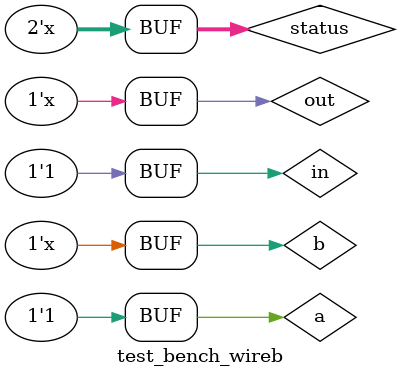
<source format=v>
module test_bench_wireb ;
reg a; 
reg [1:0]status;
reg b;

Wire_bi3 w1(
	.A(in), 
	.B(out), 
	.status(status)
	);
//assign  in = (status == 2'b10 )? 1'bz :a;
assign in = a ;
assign  out = b;
initial
begin
status=2'b0;
a=1;
b=1'bz;
end
always 
 #5 status <= status +1;
always
begin
#12.5  a <= 1'bz;
#25 a <= 1;
// #10 a<=  1;
// #12 a<=  0;
end
always
begin
#17.5 b<=0;
#12 b<=1;
#5b<=1'bz;
end
endmodule
</source>
